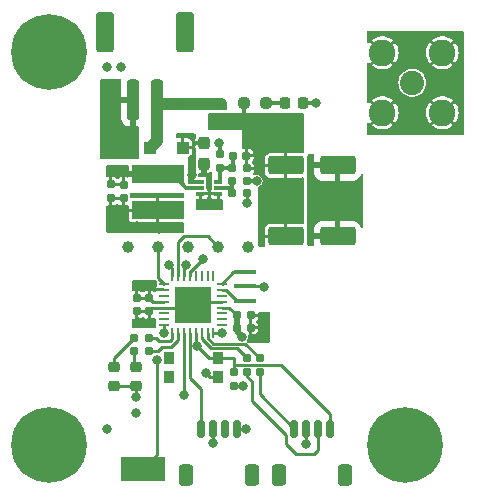
<source format=gtl>
G04 #@! TF.GenerationSoftware,KiCad,Pcbnew,7.0.5-0*
G04 #@! TF.CreationDate,2023-07-15T01:27:44-04:00*
G04 #@! TF.ProjectId,strato_connect,73747261-746f-45f6-936f-6e6e6563742e,rev?*
G04 #@! TF.SameCoordinates,Original*
G04 #@! TF.FileFunction,Copper,L1,Top*
G04 #@! TF.FilePolarity,Positive*
%FSLAX46Y46*%
G04 Gerber Fmt 4.6, Leading zero omitted, Abs format (unit mm)*
G04 Created by KiCad (PCBNEW 7.0.5-0) date 2023-07-15 01:27:44*
%MOMM*%
%LPD*%
G01*
G04 APERTURE LIST*
G04 Aperture macros list*
%AMRoundRect*
0 Rectangle with rounded corners*
0 $1 Rounding radius*
0 $2 $3 $4 $5 $6 $7 $8 $9 X,Y pos of 4 corners*
0 Add a 4 corners polygon primitive as box body*
4,1,4,$2,$3,$4,$5,$6,$7,$8,$9,$2,$3,0*
0 Add four circle primitives for the rounded corners*
1,1,$1+$1,$2,$3*
1,1,$1+$1,$4,$5*
1,1,$1+$1,$6,$7*
1,1,$1+$1,$8,$9*
0 Add four rect primitives between the rounded corners*
20,1,$1+$1,$2,$3,$4,$5,0*
20,1,$1+$1,$4,$5,$6,$7,0*
20,1,$1+$1,$6,$7,$8,$9,0*
20,1,$1+$1,$8,$9,$2,$3,0*%
%AMFreePoly0*
4,1,19,0.500000,-0.750000,0.000000,-0.750000,0.000000,-0.744911,-0.071157,-0.744911,-0.207708,-0.704816,-0.327430,-0.627875,-0.420627,-0.520320,-0.479746,-0.390866,-0.500000,-0.250000,-0.500000,0.250000,-0.479746,0.390866,-0.420627,0.520320,-0.327430,0.627875,-0.207708,0.704816,-0.071157,0.744911,0.000000,0.744911,0.000000,0.750000,0.500000,0.750000,0.500000,-0.750000,0.500000,-0.750000,
$1*%
%AMFreePoly1*
4,1,19,0.000000,0.744911,0.071157,0.744911,0.207708,0.704816,0.327430,0.627875,0.420627,0.520320,0.479746,0.390866,0.500000,0.250000,0.500000,-0.250000,0.479746,-0.390866,0.420627,-0.520320,0.327430,-0.627875,0.207708,-0.704816,0.071157,-0.744911,0.000000,-0.744911,0.000000,-0.750000,-0.500000,-0.750000,-0.500000,0.750000,0.000000,0.750000,0.000000,0.744911,0.000000,0.744911,
$1*%
G04 Aperture macros list end*
G04 #@! TA.AperFunction,ComponentPad*
%ADD10C,2.050000*%
G04 #@! TD*
G04 #@! TA.AperFunction,ComponentPad*
%ADD11C,2.250000*%
G04 #@! TD*
G04 #@! TA.AperFunction,SMDPad,CuDef*
%ADD12RoundRect,0.160000X0.197500X0.160000X-0.197500X0.160000X-0.197500X-0.160000X0.197500X-0.160000X0*%
G04 #@! TD*
G04 #@! TA.AperFunction,SMDPad,CuDef*
%ADD13RoundRect,0.218750X0.218750X0.256250X-0.218750X0.256250X-0.218750X-0.256250X0.218750X-0.256250X0*%
G04 #@! TD*
G04 #@! TA.AperFunction,SMDPad,CuDef*
%ADD14RoundRect,0.155000X0.155000X-0.212500X0.155000X0.212500X-0.155000X0.212500X-0.155000X-0.212500X0*%
G04 #@! TD*
G04 #@! TA.AperFunction,SMDPad,CuDef*
%ADD15R,3.800000X2.000000*%
G04 #@! TD*
G04 #@! TA.AperFunction,SMDPad,CuDef*
%ADD16RoundRect,0.160000X0.160000X-0.197500X0.160000X0.197500X-0.160000X0.197500X-0.160000X-0.197500X0*%
G04 #@! TD*
G04 #@! TA.AperFunction,SMDPad,CuDef*
%ADD17RoundRect,0.250000X0.250000X1.500000X-0.250000X1.500000X-0.250000X-1.500000X0.250000X-1.500000X0*%
G04 #@! TD*
G04 #@! TA.AperFunction,SMDPad,CuDef*
%ADD18RoundRect,0.250001X0.499999X1.449999X-0.499999X1.449999X-0.499999X-1.449999X0.499999X-1.449999X0*%
G04 #@! TD*
G04 #@! TA.AperFunction,ComponentPad*
%ADD19C,1.000000*%
G04 #@! TD*
G04 #@! TA.AperFunction,SMDPad,CuDef*
%ADD20RoundRect,0.237500X-0.237500X0.300000X-0.237500X-0.300000X0.237500X-0.300000X0.237500X0.300000X0*%
G04 #@! TD*
G04 #@! TA.AperFunction,ComponentPad*
%ADD21C,0.800000*%
G04 #@! TD*
G04 #@! TA.AperFunction,ComponentPad*
%ADD22C,6.400000*%
G04 #@! TD*
G04 #@! TA.AperFunction,SMDPad,CuDef*
%ADD23RoundRect,0.155000X-0.212500X-0.155000X0.212500X-0.155000X0.212500X0.155000X-0.212500X0.155000X0*%
G04 #@! TD*
G04 #@! TA.AperFunction,SMDPad,CuDef*
%ADD24R,0.700000X0.340000*%
G04 #@! TD*
G04 #@! TA.AperFunction,SMDPad,CuDef*
%ADD25RoundRect,0.160000X-0.160000X0.197500X-0.160000X-0.197500X0.160000X-0.197500X0.160000X0.197500X0*%
G04 #@! TD*
G04 #@! TA.AperFunction,SMDPad,CuDef*
%ADD26RoundRect,0.155000X-0.155000X0.212500X-0.155000X-0.212500X0.155000X-0.212500X0.155000X0.212500X0*%
G04 #@! TD*
G04 #@! TA.AperFunction,SMDPad,CuDef*
%ADD27RoundRect,0.150000X-0.150000X-0.625000X0.150000X-0.625000X0.150000X0.625000X-0.150000X0.625000X0*%
G04 #@! TD*
G04 #@! TA.AperFunction,SMDPad,CuDef*
%ADD28RoundRect,0.250000X-0.350000X-0.650000X0.350000X-0.650000X0.350000X0.650000X-0.350000X0.650000X0*%
G04 #@! TD*
G04 #@! TA.AperFunction,SMDPad,CuDef*
%ADD29RoundRect,0.250000X-1.250000X-0.550000X1.250000X-0.550000X1.250000X0.550000X-1.250000X0.550000X0*%
G04 #@! TD*
G04 #@! TA.AperFunction,SMDPad,CuDef*
%ADD30RoundRect,0.237500X-0.250000X-0.237500X0.250000X-0.237500X0.250000X0.237500X-0.250000X0.237500X0*%
G04 #@! TD*
G04 #@! TA.AperFunction,SMDPad,CuDef*
%ADD31RoundRect,0.160000X-0.197500X-0.160000X0.197500X-0.160000X0.197500X0.160000X-0.197500X0.160000X0*%
G04 #@! TD*
G04 #@! TA.AperFunction,SMDPad,CuDef*
%ADD32RoundRect,0.218750X0.256250X-0.218750X0.256250X0.218750X-0.256250X0.218750X-0.256250X-0.218750X0*%
G04 #@! TD*
G04 #@! TA.AperFunction,SMDPad,CuDef*
%ADD33R,0.900000X1.000000*%
G04 #@! TD*
G04 #@! TA.AperFunction,SMDPad,CuDef*
%ADD34R,1.900000X0.400000*%
G04 #@! TD*
G04 #@! TA.AperFunction,SMDPad,CuDef*
%ADD35FreePoly0,90.000000*%
G04 #@! TD*
G04 #@! TA.AperFunction,SMDPad,CuDef*
%ADD36FreePoly1,90.000000*%
G04 #@! TD*
G04 #@! TA.AperFunction,SMDPad,CuDef*
%ADD37RoundRect,0.250000X0.300000X0.300000X-0.300000X0.300000X-0.300000X-0.300000X0.300000X-0.300000X0*%
G04 #@! TD*
G04 #@! TA.AperFunction,SMDPad,CuDef*
%ADD38R,4.400000X1.500000*%
G04 #@! TD*
G04 #@! TA.AperFunction,SMDPad,CuDef*
%ADD39RoundRect,0.155000X0.212500X0.155000X-0.212500X0.155000X-0.212500X-0.155000X0.212500X-0.155000X0*%
G04 #@! TD*
G04 #@! TA.AperFunction,SMDPad,CuDef*
%ADD40RoundRect,0.062500X0.375000X0.062500X-0.375000X0.062500X-0.375000X-0.062500X0.375000X-0.062500X0*%
G04 #@! TD*
G04 #@! TA.AperFunction,SMDPad,CuDef*
%ADD41RoundRect,0.062500X0.062500X0.375000X-0.062500X0.375000X-0.062500X-0.375000X0.062500X-0.375000X0*%
G04 #@! TD*
G04 #@! TA.AperFunction,SMDPad,CuDef*
%ADD42R,3.100000X3.100000*%
G04 #@! TD*
G04 #@! TA.AperFunction,ViaPad*
%ADD43C,0.800000*%
G04 #@! TD*
G04 #@! TA.AperFunction,Conductor*
%ADD44C,0.250000*%
G04 #@! TD*
G04 #@! TA.AperFunction,Conductor*
%ADD45C,0.550000*%
G04 #@! TD*
G04 #@! TA.AperFunction,Conductor*
%ADD46C,0.300000*%
G04 #@! TD*
G04 #@! TA.AperFunction,Conductor*
%ADD47C,0.340000*%
G04 #@! TD*
G04 #@! TA.AperFunction,Conductor*
%ADD48C,1.000000*%
G04 #@! TD*
G04 APERTURE END LIST*
D10*
X175133000Y-63800000D03*
D11*
X172593000Y-61260000D03*
X172593000Y-66340000D03*
X177673000Y-61260000D03*
X177673000Y-66340000D03*
D12*
X152800000Y-86500000D03*
X151605000Y-86500000D03*
D13*
X165900000Y-65500000D03*
X164325000Y-65500000D03*
D14*
X150700000Y-73567500D03*
X150700000Y-72432500D03*
D15*
X152350000Y-96500000D03*
D16*
X160000000Y-89497500D03*
X160000000Y-88302500D03*
D17*
X153500000Y-65250000D03*
X151500000Y-65250000D03*
D18*
X155850000Y-59500000D03*
X149150000Y-59500000D03*
D12*
X161097500Y-73150000D03*
X159902500Y-73150000D03*
D19*
X153615000Y-77680000D03*
D20*
X157500000Y-68937500D03*
X157500000Y-70662500D03*
D21*
X172100000Y-94500000D03*
X172802944Y-92802944D03*
X172802944Y-96197056D03*
X174500000Y-92100000D03*
D22*
X174500000Y-94500000D03*
D21*
X174500000Y-96900000D03*
X176197056Y-92802944D03*
X176197056Y-96197056D03*
X176900000Y-94500000D03*
D23*
X160300000Y-84538000D03*
X161435000Y-84538000D03*
D24*
X157200000Y-72200000D03*
X157200000Y-72700000D03*
X157200000Y-73200000D03*
X158700000Y-73200000D03*
X158700000Y-72700000D03*
X158700000Y-72200000D03*
D25*
X162200000Y-87102500D03*
X162200000Y-88297500D03*
D19*
X151075000Y-77680000D03*
D12*
X161095000Y-71050000D03*
X159900000Y-71050000D03*
D26*
X152850000Y-82032500D03*
X152850000Y-83167500D03*
D12*
X152797500Y-85400000D03*
X151602500Y-85400000D03*
D27*
X157250000Y-93100000D03*
X158250000Y-93100000D03*
X159250000Y-93100000D03*
X160250000Y-93100000D03*
D28*
X155950000Y-96975000D03*
X161550000Y-96975000D03*
D29*
X164400000Y-70800000D03*
X168800000Y-70800000D03*
D21*
X141986000Y-94500000D03*
X142688944Y-92802944D03*
X142688944Y-96197056D03*
X144386000Y-92100000D03*
D22*
X144386000Y-94500000D03*
D21*
X144386000Y-96900000D03*
X146083056Y-92802944D03*
X146083056Y-96197056D03*
X146786000Y-94500000D03*
X142000000Y-61200000D03*
X142702944Y-59502944D03*
X142702944Y-62897056D03*
X144400000Y-58800000D03*
D22*
X144400000Y-61200000D03*
D21*
X144400000Y-63600000D03*
X146097056Y-59502944D03*
X146097056Y-62897056D03*
X146800000Y-61200000D03*
D19*
X158695000Y-77680000D03*
D25*
X161100000Y-87102500D03*
X161100000Y-88297500D03*
D30*
X160898000Y-65500000D03*
X162723000Y-65500000D03*
D31*
X159902500Y-72100000D03*
X161097500Y-72100000D03*
D25*
X149600000Y-72402500D03*
X149600000Y-73597500D03*
D32*
X151765000Y-89475000D03*
X151765000Y-87900000D03*
D29*
X164400000Y-76800000D03*
X168800000Y-76800000D03*
D33*
X158641000Y-88684000D03*
X158641000Y-87084000D03*
X154541000Y-88684000D03*
X154541000Y-87084000D03*
D19*
X161235000Y-77680000D03*
D34*
X161008000Y-79850000D03*
X161008000Y-81050000D03*
X161008000Y-82250000D03*
D26*
X151800000Y-82032500D03*
X151800000Y-83167500D03*
D23*
X160300000Y-83500000D03*
X161435000Y-83500000D03*
D27*
X165150000Y-93100000D03*
X166150000Y-93100000D03*
X167150000Y-93100000D03*
X168150000Y-93100000D03*
D28*
X163850000Y-96975000D03*
X169450000Y-96975000D03*
D32*
X149900000Y-89475000D03*
X149900000Y-87900000D03*
D35*
X158648400Y-66944000D03*
D36*
X158648400Y-65644000D03*
D37*
X155700000Y-69300000D03*
X152900000Y-69300000D03*
D38*
X153600000Y-71550000D03*
X153600000Y-74600000D03*
D16*
X158846500Y-70997500D03*
X158846500Y-69802500D03*
D19*
X156155000Y-77680000D03*
D39*
X161067500Y-70000000D03*
X159932500Y-70000000D03*
D40*
X158986500Y-84337500D03*
X158986500Y-83837500D03*
X158986500Y-83337500D03*
X158986500Y-82837500D03*
X158986500Y-82337500D03*
X158986500Y-81837500D03*
X158986500Y-81337500D03*
X158986500Y-80837500D03*
D41*
X158299000Y-80150000D03*
X157799000Y-80150000D03*
X157299000Y-80150000D03*
X156799000Y-80150000D03*
X156299000Y-80150000D03*
X155799000Y-80150000D03*
X155299000Y-80150000D03*
X154799000Y-80150000D03*
D40*
X154111500Y-80837500D03*
X154111500Y-81337500D03*
X154111500Y-81837500D03*
X154111500Y-82337500D03*
X154111500Y-82837500D03*
X154111500Y-83337500D03*
X154111500Y-83837500D03*
X154111500Y-84337500D03*
D41*
X154799000Y-85025000D03*
X155299000Y-85025000D03*
X155799000Y-85025000D03*
X156299000Y-85025000D03*
X156799000Y-85025000D03*
X157299000Y-85025000D03*
X157799000Y-85025000D03*
X158299000Y-85025000D03*
D42*
X156549000Y-82587500D03*
D43*
X162100000Y-70500000D03*
X165100000Y-74700000D03*
X151800000Y-75900000D03*
X160755500Y-85300000D03*
X160825000Y-89500000D03*
X164000000Y-68600000D03*
X162200000Y-68600000D03*
X163300000Y-72800000D03*
X163300000Y-74700000D03*
X160400000Y-67100000D03*
X152900000Y-81000000D03*
X153700000Y-76200000D03*
X162200000Y-67100000D03*
X151900000Y-81000000D03*
X149600000Y-74500000D03*
X165100000Y-72800000D03*
X150500000Y-62450000D03*
X149300000Y-62450000D03*
X150700000Y-74500000D03*
X164000000Y-67100000D03*
X157700000Y-88400000D03*
X166150000Y-94350000D03*
X162000000Y-72100000D03*
X167000000Y-65500000D03*
X162500000Y-83900000D03*
X161036000Y-93091000D03*
X168000000Y-73800000D03*
X149300000Y-93100000D03*
X150500000Y-69150000D03*
X162500000Y-85300000D03*
X158500000Y-74100000D03*
X151700000Y-91750000D03*
X158800000Y-68900000D03*
X162600000Y-81100000D03*
X149300000Y-69150000D03*
X151900000Y-84100000D03*
X157500000Y-83500000D03*
X157400000Y-81600000D03*
X151500000Y-68800000D03*
X152900000Y-84100000D03*
X155600000Y-83500000D03*
X169600000Y-73800000D03*
X157400000Y-74100000D03*
X151700000Y-90400000D03*
X161100000Y-74000000D03*
X156500000Y-71600000D03*
X154500000Y-79200000D03*
X156900000Y-86100000D03*
X157400000Y-78700000D03*
X156000000Y-79200000D03*
X154100000Y-85000000D03*
X153500000Y-87300000D03*
X155800000Y-90275000D03*
X158250000Y-94325000D03*
X159000000Y-85000000D03*
D44*
X159637500Y-82837500D02*
X160300000Y-83500000D01*
X158986500Y-82837500D02*
X159637500Y-82837500D01*
X160822500Y-89497500D02*
X160825000Y-89500000D01*
D45*
X160300000Y-84844500D02*
X160755500Y-85300000D01*
D44*
X154111500Y-82337500D02*
X153155000Y-82337500D01*
D46*
X160898000Y-65500000D02*
X160898000Y-66602000D01*
D45*
X160300000Y-84538000D02*
X160300000Y-83500000D01*
X160300000Y-84538000D02*
X160300000Y-84844500D01*
D46*
X160898000Y-66602000D02*
X160400000Y-67100000D01*
D44*
X150700000Y-73567500D02*
X150932500Y-73567500D01*
X160000000Y-89497500D02*
X160822500Y-89497500D01*
X153155000Y-82337500D02*
X152850000Y-82032500D01*
D46*
X165900000Y-65500000D02*
X167000000Y-65500000D01*
D44*
X158986500Y-82337500D02*
X156799000Y-82337500D01*
X160250000Y-93100000D02*
X161027000Y-93100000D01*
X162550000Y-81050000D02*
X162600000Y-81100000D01*
D46*
X161097500Y-72100000D02*
X162000000Y-72100000D01*
X158846500Y-68946500D02*
X158800000Y-68900000D01*
D44*
X149900000Y-89475000D02*
X151765000Y-89475000D01*
X161008000Y-81050000D02*
X162550000Y-81050000D01*
X153180000Y-82837500D02*
X152850000Y-83167500D01*
X151765000Y-90335000D02*
X151700000Y-90400000D01*
X154111500Y-82837500D02*
X153180000Y-82837500D01*
X154111500Y-82837500D02*
X156299000Y-82837500D01*
D45*
X157500000Y-70662500D02*
X157500000Y-71400000D01*
D44*
X166150000Y-93100000D02*
X166150000Y-94350000D01*
X158641000Y-88684000D02*
X157984000Y-88684000D01*
D46*
X158846500Y-69802500D02*
X158846500Y-68946500D01*
D44*
X151765000Y-89475000D02*
X151765000Y-90335000D01*
X161027000Y-93100000D02*
X161036000Y-93091000D01*
X157984000Y-88684000D02*
X157700000Y-88400000D01*
D47*
X156712500Y-68937500D02*
X156700000Y-68950000D01*
D44*
X161097500Y-73150000D02*
X161097500Y-73997500D01*
D47*
X157200000Y-72200000D02*
X156650000Y-72200000D01*
D44*
X161097500Y-73997500D02*
X161100000Y-74000000D01*
D47*
X157500000Y-68937500D02*
X156712500Y-68937500D01*
X154850000Y-71550000D02*
X153600000Y-71550000D01*
X156000000Y-72700000D02*
X154850000Y-71550000D01*
D45*
X153600000Y-71550000D02*
X150125000Y-71550000D01*
D47*
X157200000Y-72700000D02*
X156000000Y-72700000D01*
D46*
X158846500Y-72053500D02*
X158700000Y-72200000D01*
X158846500Y-70997500D02*
X159847500Y-70997500D01*
X159932500Y-70000000D02*
X159932500Y-71017500D01*
X158846500Y-70997500D02*
X158846500Y-72053500D01*
X162723000Y-65500000D02*
X164325000Y-65500000D01*
D44*
X151602500Y-85400000D02*
X149900000Y-87102500D01*
X149900000Y-87102500D02*
X149900000Y-87900000D01*
X151605000Y-86500000D02*
X151605000Y-87740000D01*
D48*
X153500000Y-68700000D02*
X152900000Y-69300000D01*
X158648400Y-65644000D02*
X153894000Y-65644000D01*
X153500000Y-65250000D02*
X153500000Y-68700000D01*
X153894000Y-65644000D02*
X153500000Y-65250000D01*
D44*
X154799000Y-80150000D02*
X154799000Y-79499000D01*
X154799000Y-79499000D02*
X154500000Y-79200000D01*
X153615000Y-80341000D02*
X153615000Y-77680000D01*
X154111500Y-80837500D02*
X153615000Y-80341000D01*
X155299000Y-80150000D02*
X155299000Y-77701000D01*
X155300000Y-77700000D02*
X155300000Y-77300000D01*
X155300000Y-77300000D02*
X155800000Y-76800000D01*
X155800000Y-76800000D02*
X157815000Y-76800000D01*
X157815000Y-76800000D02*
X158695000Y-77680000D01*
X155299000Y-77701000D02*
X155300000Y-77700000D01*
X156900000Y-86100000D02*
X157922000Y-87122000D01*
X168150000Y-91850000D02*
X164000000Y-87700000D01*
X168150000Y-93100000D02*
X168150000Y-91850000D01*
X156799000Y-85999000D02*
X156900000Y-86100000D01*
X160000000Y-87750000D02*
X160000000Y-88302500D01*
X160000000Y-87100000D02*
X160000000Y-87750000D01*
X159981500Y-87084000D02*
X159997500Y-87100000D01*
X160050000Y-87700000D02*
X160000000Y-87750000D01*
X159997500Y-87100000D02*
X160000000Y-87100000D01*
X157922000Y-87122000D02*
X158603000Y-87122000D01*
X156799000Y-85025000D02*
X156799000Y-85999000D01*
X164000000Y-87700000D02*
X160050000Y-87700000D01*
X158641000Y-87084000D02*
X159981500Y-87084000D01*
X158060000Y-86270000D02*
X160267500Y-86270000D01*
X157299000Y-85298376D02*
X157300000Y-85299376D01*
X157300000Y-85510000D02*
X158060000Y-86270000D01*
X160267500Y-86270000D02*
X161100000Y-87102500D01*
X157300000Y-85299376D02*
X157300000Y-85510000D01*
X161100000Y-88625000D02*
X161600000Y-89125000D01*
X165300000Y-95250000D02*
X166800000Y-95250000D01*
X167150000Y-94900000D02*
X167150000Y-93100000D01*
X164425000Y-94375000D02*
X165300000Y-95250000D01*
X164425000Y-93609619D02*
X164425000Y-94375000D01*
X161600000Y-89125000D02*
X161600000Y-90784619D01*
X166800000Y-95250000D02*
X167150000Y-94900000D01*
X161100000Y-88297500D02*
X161100000Y-88625000D01*
X161600000Y-90784619D02*
X164425000Y-93609619D01*
X157799000Y-85025000D02*
X157799000Y-85449000D01*
X157799000Y-85449000D02*
X158250000Y-85900000D01*
X160997500Y-85900000D02*
X162200000Y-87102500D01*
X158250000Y-85900000D02*
X160997500Y-85900000D01*
X162200000Y-88297500D02*
X162200000Y-90150000D01*
X162200000Y-90150000D02*
X165150000Y-93100000D01*
X152797500Y-85400000D02*
X153400000Y-85400000D01*
X153700000Y-85700000D02*
X154600000Y-85700000D01*
X154799000Y-85501000D02*
X154799000Y-85025000D01*
X153400000Y-85400000D02*
X153700000Y-85700000D01*
X154600000Y-85700000D02*
X154799000Y-85501000D01*
X155299000Y-85601000D02*
X155299000Y-85025000D01*
X152800000Y-86500000D02*
X153600000Y-86500000D01*
X153900000Y-86200000D02*
X154700000Y-86200000D01*
X153600000Y-86500000D02*
X153900000Y-86200000D01*
X154700000Y-86200000D02*
X155299000Y-85601000D01*
D46*
X159902500Y-72100000D02*
X159902500Y-72700000D01*
X158700000Y-72700000D02*
X159902500Y-72700000D01*
X159902500Y-72700000D02*
X159902500Y-73150000D01*
D44*
X159345500Y-81337500D02*
X160258000Y-82250000D01*
X158986500Y-81337500D02*
X159345500Y-81337500D01*
X158986500Y-80837500D02*
X159974000Y-79850000D01*
X159974000Y-79850000D02*
X161008000Y-79850000D01*
X156299000Y-80150000D02*
X156299000Y-79801000D01*
X156299000Y-79801000D02*
X157400000Y-78700000D01*
X155799000Y-80150000D02*
X155799000Y-79401000D01*
X155799000Y-79401000D02*
X156000000Y-79200000D01*
X154111500Y-84988500D02*
X154100000Y-85000000D01*
X153500000Y-87300000D02*
X153500000Y-95350000D01*
X154111500Y-84337500D02*
X154111500Y-84988500D01*
X153500000Y-95350000D02*
X152350000Y-96500000D01*
X155800000Y-85026000D02*
X155800000Y-89700000D01*
X155800000Y-89700000D02*
X155800000Y-89900000D01*
X155799000Y-85025000D02*
X155800000Y-85026000D01*
X155800000Y-89900000D02*
X155800000Y-90275000D01*
X158250000Y-94325000D02*
X158250000Y-93100000D01*
X157250000Y-89750000D02*
X157250000Y-93100000D01*
X156299000Y-88799000D02*
X157250000Y-89750000D01*
X156299000Y-85025000D02*
X156299000Y-88799000D01*
X158975000Y-85025000D02*
X159000000Y-85000000D01*
X158299000Y-85025000D02*
X158975000Y-85025000D01*
G04 #@! TA.AperFunction,Conductor*
G36*
X166000000Y-69664033D02*
G01*
X165980315Y-69731072D01*
X165927511Y-69776827D01*
X165858353Y-69786771D01*
X165832667Y-69780215D01*
X165758232Y-69752452D01*
X165758233Y-69752452D01*
X165698227Y-69746000D01*
X164527000Y-69746000D01*
X164527000Y-71853999D01*
X165698207Y-71853999D01*
X165698216Y-71853998D01*
X165758235Y-71847547D01*
X165832664Y-71819785D01*
X165902356Y-71814799D01*
X165963679Y-71848283D01*
X165997166Y-71909605D01*
X166000000Y-71935966D01*
X166000000Y-75664033D01*
X165980315Y-75731072D01*
X165927511Y-75776827D01*
X165858353Y-75786771D01*
X165832667Y-75780215D01*
X165758232Y-75752452D01*
X165758233Y-75752452D01*
X165698227Y-75746000D01*
X164527000Y-75746000D01*
X164527000Y-76803000D01*
X164507315Y-76870039D01*
X164454511Y-76915794D01*
X164403000Y-76927000D01*
X162646001Y-76927000D01*
X162646001Y-77398216D01*
X162652452Y-77458235D01*
X162652453Y-77458238D01*
X162680214Y-77532665D01*
X162685199Y-77602357D01*
X162651715Y-77663680D01*
X162590392Y-77697166D01*
X162564033Y-77700000D01*
X162224000Y-77700000D01*
X162156961Y-77680315D01*
X162111206Y-77627511D01*
X162100000Y-77576000D01*
X162100000Y-76673000D01*
X162646000Y-76673000D01*
X164273000Y-76673000D01*
X164273000Y-75746000D01*
X163101792Y-75746000D01*
X163101783Y-75746001D01*
X163041764Y-75752452D01*
X163041761Y-75752453D01*
X162905978Y-75803099D01*
X162905972Y-75803103D01*
X162789952Y-75889952D01*
X162703103Y-76005972D01*
X162703102Y-76005974D01*
X162652452Y-76141768D01*
X162646000Y-76201772D01*
X162646000Y-76673000D01*
X162100000Y-76673000D01*
X162100000Y-72632982D01*
X162119685Y-72565943D01*
X162172489Y-72520188D01*
X162189063Y-72514006D01*
X162189064Y-72514005D01*
X162189069Y-72514004D01*
X162298049Y-72443967D01*
X162382882Y-72346063D01*
X162436697Y-72228226D01*
X162455133Y-72100000D01*
X162436697Y-71971774D01*
X162382882Y-71853937D01*
X162298049Y-71756033D01*
X162189069Y-71685996D01*
X162189067Y-71685995D01*
X162189065Y-71685994D01*
X162189067Y-71685994D01*
X162189061Y-71685993D01*
X162189055Y-71685989D01*
X162180999Y-71682310D01*
X162181528Y-71681151D01*
X162130284Y-71648216D01*
X162115213Y-71615213D01*
X162100000Y-71600000D01*
X161760778Y-71600000D01*
X161693739Y-71580315D01*
X161647984Y-71527511D01*
X161638040Y-71458353D01*
X161650293Y-71419705D01*
X161691147Y-71339525D01*
X161706500Y-71242591D01*
X161706500Y-71177000D01*
X161092000Y-71177000D01*
X161024961Y-71157315D01*
X160979206Y-71104511D01*
X160968000Y-71053000D01*
X160968000Y-70927000D01*
X162646001Y-70927000D01*
X162646001Y-71398216D01*
X162652452Y-71458235D01*
X162652453Y-71458238D01*
X162703099Y-71594021D01*
X162703103Y-71594027D01*
X162789952Y-71710047D01*
X162905972Y-71796896D01*
X162905974Y-71796897D01*
X163041768Y-71847547D01*
X163101780Y-71853999D01*
X164272999Y-71853999D01*
X164273000Y-71853998D01*
X164273000Y-70927000D01*
X162646001Y-70927000D01*
X160968000Y-70927000D01*
X160968000Y-70596668D01*
X160943334Y-70551496D01*
X160940500Y-70525138D01*
X160940500Y-70127000D01*
X161194500Y-70127000D01*
X161194500Y-70443330D01*
X161219166Y-70488501D01*
X161222000Y-70514861D01*
X161222000Y-70923000D01*
X161706500Y-70923000D01*
X161706500Y-70857408D01*
X161691147Y-70760474D01*
X161646575Y-70673000D01*
X162646000Y-70673000D01*
X164273000Y-70673000D01*
X164273000Y-69746000D01*
X163101792Y-69746000D01*
X163101783Y-69746001D01*
X163041764Y-69752452D01*
X163041761Y-69752453D01*
X162905978Y-69803099D01*
X162905972Y-69803103D01*
X162789952Y-69889952D01*
X162703103Y-70005972D01*
X162703102Y-70005974D01*
X162652452Y-70141768D01*
X162646000Y-70201772D01*
X162646000Y-70673000D01*
X161646575Y-70673000D01*
X161631606Y-70643622D01*
X161631603Y-70643617D01*
X161588380Y-70600394D01*
X161554895Y-70539071D01*
X161559879Y-70469379D01*
X161588382Y-70425029D01*
X161615011Y-70398401D01*
X161673832Y-70282960D01*
X161689000Y-70187193D01*
X161689000Y-70127000D01*
X161194500Y-70127000D01*
X160940500Y-70127000D01*
X160940500Y-69436000D01*
X161194500Y-69436000D01*
X161194500Y-69873000D01*
X161689000Y-69873000D01*
X161689000Y-69812806D01*
X161673832Y-69717039D01*
X161615010Y-69601598D01*
X161615007Y-69601593D01*
X161523406Y-69509992D01*
X161523401Y-69509989D01*
X161407959Y-69451167D01*
X161407960Y-69451167D01*
X161312193Y-69436000D01*
X161194500Y-69436000D01*
X160940500Y-69436000D01*
X160824000Y-69436000D01*
X160756961Y-69416315D01*
X160711206Y-69363511D01*
X160700000Y-69312000D01*
X160700000Y-67800000D01*
X166000000Y-67800000D01*
X166000000Y-69664033D01*
G37*
G04 #@! TD.AperFunction*
G04 #@! TA.AperFunction,Conductor*
G36*
X151089039Y-70819685D02*
G01*
X151134794Y-70872489D01*
X151146000Y-70924000D01*
X151146000Y-71423000D01*
X151325000Y-71423000D01*
X151325000Y-71677000D01*
X151146000Y-71677000D01*
X151146000Y-71708471D01*
X151126315Y-71775510D01*
X151073511Y-71821265D01*
X151004353Y-71831209D01*
X150983684Y-71826403D01*
X150982960Y-71826167D01*
X150887193Y-71811000D01*
X150827000Y-71811000D01*
X150827000Y-72435500D01*
X150807315Y-72502539D01*
X150754511Y-72548294D01*
X150703000Y-72559500D01*
X150177362Y-72559500D01*
X150110323Y-72539815D01*
X150097523Y-72529500D01*
X149597000Y-72529500D01*
X149529961Y-72509815D01*
X149484206Y-72457011D01*
X149473000Y-72405500D01*
X149473000Y-71791000D01*
X149727000Y-71791000D01*
X149727000Y-72275500D01*
X150132638Y-72275500D01*
X150199677Y-72295185D01*
X150212477Y-72305500D01*
X150573000Y-72305500D01*
X150573000Y-71811000D01*
X150512807Y-71811000D01*
X150417039Y-71826167D01*
X150301598Y-71884989D01*
X150301593Y-71884992D01*
X150251217Y-71935369D01*
X150189894Y-71968854D01*
X150120202Y-71963870D01*
X150075855Y-71935369D01*
X150006382Y-71865896D01*
X150006377Y-71865893D01*
X149889524Y-71806352D01*
X149889525Y-71806352D01*
X149792591Y-71791000D01*
X149727000Y-71791000D01*
X149473000Y-71791000D01*
X149407407Y-71791000D01*
X149343397Y-71801138D01*
X149274104Y-71792183D01*
X149220652Y-71747187D01*
X149200013Y-71680435D01*
X149200000Y-71678665D01*
X149200000Y-70924000D01*
X149219685Y-70856961D01*
X149272489Y-70811206D01*
X149324000Y-70800000D01*
X151022000Y-70800000D01*
X151089039Y-70819685D01*
G37*
G04 #@! TD.AperFunction*
G04 #@! TA.AperFunction,Conductor*
G36*
X163043039Y-83219685D02*
G01*
X163088794Y-83272489D01*
X163100000Y-83324000D01*
X163100000Y-85676000D01*
X163080315Y-85743039D01*
X163027511Y-85788794D01*
X162976000Y-85800000D01*
X161224000Y-85800000D01*
X161156961Y-85780315D01*
X161111206Y-85727511D01*
X161100000Y-85676003D01*
X161100000Y-85676000D01*
X161100000Y-85636606D01*
X161119682Y-85569570D01*
X161130281Y-85555411D01*
X161138382Y-85546063D01*
X161192197Y-85428226D01*
X161210633Y-85300000D01*
X161202531Y-85243646D01*
X161212475Y-85174488D01*
X161258230Y-85121684D01*
X161300821Y-85109178D01*
X161308000Y-85101999D01*
X161308000Y-84665000D01*
X161562000Y-84665000D01*
X161562000Y-85102000D01*
X161679693Y-85102000D01*
X161775460Y-85086832D01*
X161890901Y-85028010D01*
X161890906Y-85028007D01*
X161982507Y-84936406D01*
X161982510Y-84936401D01*
X162041332Y-84820960D01*
X162056500Y-84725193D01*
X162056500Y-84665000D01*
X161562000Y-84665000D01*
X161308000Y-84665000D01*
X161308000Y-83627000D01*
X161562000Y-83627000D01*
X161562000Y-84411000D01*
X162056500Y-84411000D01*
X162056500Y-84350806D01*
X162041332Y-84255039D01*
X161982510Y-84139598D01*
X161982507Y-84139593D01*
X161949595Y-84106681D01*
X161916110Y-84045358D01*
X161921094Y-83975666D01*
X161949595Y-83931319D01*
X161982507Y-83898406D01*
X161982510Y-83898401D01*
X162041332Y-83782960D01*
X162056500Y-83687193D01*
X162056500Y-83627000D01*
X161562000Y-83627000D01*
X161308000Y-83627000D01*
X161308000Y-83497000D01*
X161327685Y-83429961D01*
X161380489Y-83384206D01*
X161432000Y-83373000D01*
X162056500Y-83373000D01*
X162056500Y-83324000D01*
X162076185Y-83256961D01*
X162128989Y-83211206D01*
X162180500Y-83200000D01*
X162976000Y-83200000D01*
X163043039Y-83219685D01*
G37*
G04 #@! TD.AperFunction*
G04 #@! TA.AperFunction,Conductor*
G36*
X153443039Y-80519685D02*
G01*
X153488794Y-80572489D01*
X153500000Y-80624000D01*
X153500000Y-81013345D01*
X153480315Y-81080384D01*
X153477574Y-81084469D01*
X153473240Y-81090658D01*
X153426068Y-81191820D01*
X153423345Y-81212500D01*
X154112500Y-81212500D01*
X154179539Y-81232185D01*
X154225294Y-81284989D01*
X154236500Y-81336500D01*
X154236500Y-81338500D01*
X154216815Y-81405539D01*
X154164011Y-81451294D01*
X154112500Y-81462500D01*
X153423344Y-81462500D01*
X153417802Y-81468819D01*
X153358800Y-81506242D01*
X153288932Y-81505826D01*
X153251693Y-81487380D01*
X153248401Y-81484989D01*
X153132959Y-81426167D01*
X153132960Y-81426167D01*
X153037193Y-81411000D01*
X152977000Y-81411000D01*
X152977000Y-82035500D01*
X152957315Y-82102539D01*
X152904511Y-82148294D01*
X152853000Y-82159500D01*
X151797000Y-82159500D01*
X151729961Y-82139815D01*
X151684206Y-82087011D01*
X151673000Y-82035500D01*
X151673000Y-81411000D01*
X151927000Y-81411000D01*
X151927000Y-81905500D01*
X152723000Y-81905500D01*
X152723000Y-81411000D01*
X152662807Y-81411000D01*
X152567039Y-81426167D01*
X152451598Y-81484989D01*
X152451593Y-81484992D01*
X152412681Y-81523905D01*
X152351358Y-81557390D01*
X152281666Y-81552406D01*
X152237319Y-81523905D01*
X152198406Y-81484992D01*
X152198401Y-81484989D01*
X152082959Y-81426167D01*
X152082960Y-81426167D01*
X151987193Y-81411000D01*
X151927000Y-81411000D01*
X151673000Y-81411000D01*
X151612806Y-81411000D01*
X151543397Y-81421993D01*
X151474104Y-81413038D01*
X151420652Y-81368042D01*
X151400013Y-81301290D01*
X151400000Y-81299520D01*
X151400000Y-80624000D01*
X151419685Y-80556961D01*
X151472489Y-80511206D01*
X151524000Y-80500000D01*
X153376000Y-80500000D01*
X153443039Y-80519685D01*
G37*
G04 #@! TD.AperFunction*
G04 #@! TA.AperFunction,Conductor*
G36*
X166720395Y-69854899D02*
G01*
X166787223Y-69875280D01*
X166832426Y-69928558D01*
X166841648Y-69997816D01*
X166836807Y-70017895D01*
X166810495Y-70097299D01*
X166810493Y-70097309D01*
X166800000Y-70200013D01*
X166800000Y-70550000D01*
X168926000Y-70550000D01*
X168993039Y-70569685D01*
X169038794Y-70622489D01*
X169050000Y-70674000D01*
X169050000Y-72099999D01*
X170099972Y-72099999D01*
X170099986Y-72099998D01*
X170202697Y-72089505D01*
X170369119Y-72034358D01*
X170369124Y-72034356D01*
X170518345Y-71942315D01*
X170642315Y-71818345D01*
X170734356Y-71669124D01*
X170734360Y-71669115D01*
X170757793Y-71598397D01*
X170797564Y-71540951D01*
X170862080Y-71514127D01*
X170930856Y-71526441D01*
X170982056Y-71573983D01*
X170999499Y-71637399D01*
X170999499Y-75962599D01*
X170979814Y-76029638D01*
X170927010Y-76075393D01*
X170857852Y-76085337D01*
X170794296Y-76056312D01*
X170757793Y-76001602D01*
X170734359Y-75930882D01*
X170734356Y-75930875D01*
X170642315Y-75781654D01*
X170518345Y-75657684D01*
X170369124Y-75565643D01*
X170369119Y-75565641D01*
X170202697Y-75510494D01*
X170202690Y-75510493D01*
X170099986Y-75500000D01*
X169050000Y-75500000D01*
X169050000Y-76926000D01*
X169030315Y-76993039D01*
X168977511Y-77038794D01*
X168926000Y-77050000D01*
X166800001Y-77050000D01*
X166800001Y-77399986D01*
X166810494Y-77502699D01*
X166810907Y-77504628D01*
X166810815Y-77505845D01*
X166811182Y-77509431D01*
X166810542Y-77509496D01*
X166805684Y-77574302D01*
X166763622Y-77630093D01*
X166698074Y-77654286D01*
X166688360Y-77654565D01*
X166372709Y-77651278D01*
X166305878Y-77630897D01*
X166260675Y-77577619D01*
X166250000Y-77527285D01*
X166250000Y-76550000D01*
X166800000Y-76550000D01*
X168550000Y-76550000D01*
X168550000Y-75500000D01*
X167500028Y-75500000D01*
X167500012Y-75500001D01*
X167397302Y-75510494D01*
X167230880Y-75565641D01*
X167230875Y-75565643D01*
X167081654Y-75657684D01*
X166957684Y-75781654D01*
X166865643Y-75930875D01*
X166865641Y-75930880D01*
X166810494Y-76097302D01*
X166810493Y-76097309D01*
X166800000Y-76200013D01*
X166800000Y-76550000D01*
X166250000Y-76550000D01*
X166250000Y-71050000D01*
X166800001Y-71050000D01*
X166800001Y-71399986D01*
X166810494Y-71502697D01*
X166865641Y-71669119D01*
X166865643Y-71669124D01*
X166957684Y-71818345D01*
X167081654Y-71942315D01*
X167230875Y-72034356D01*
X167230880Y-72034358D01*
X167397302Y-72089505D01*
X167397309Y-72089506D01*
X167500019Y-72099999D01*
X168549999Y-72099999D01*
X168550000Y-72099998D01*
X168550000Y-71050000D01*
X166800001Y-71050000D01*
X166250000Y-71050000D01*
X166250000Y-69975298D01*
X166269685Y-69908259D01*
X166322489Y-69862504D01*
X166375290Y-69851305D01*
X166720395Y-69854899D01*
G37*
G04 #@! TD.AperFunction*
G04 #@! TA.AperFunction,Conductor*
G36*
X165943039Y-66419685D02*
G01*
X165988794Y-66472489D01*
X166000000Y-66524000D01*
X166000000Y-67800000D01*
X160700000Y-67800000D01*
X157924000Y-67800000D01*
X157856961Y-67780315D01*
X157811206Y-67727511D01*
X157800000Y-67676000D01*
X157800000Y-66524000D01*
X157819685Y-66456961D01*
X157872489Y-66411206D01*
X157924000Y-66400000D01*
X165876000Y-66400000D01*
X165943039Y-66419685D01*
G37*
G04 #@! TD.AperFunction*
G04 #@! TA.AperFunction,Conductor*
G36*
X155743039Y-73119685D02*
G01*
X155788794Y-73172489D01*
X155800000Y-73224000D01*
X155800000Y-73472000D01*
X155780315Y-73539039D01*
X155727511Y-73584794D01*
X155676000Y-73596000D01*
X153727000Y-73596000D01*
X153727000Y-75603999D01*
X155676000Y-75603999D01*
X155743039Y-75623684D01*
X155788794Y-75676488D01*
X155800000Y-75727999D01*
X155800000Y-76376000D01*
X155780315Y-76443039D01*
X155727511Y-76488794D01*
X155676000Y-76500000D01*
X149324000Y-76500000D01*
X149256961Y-76480315D01*
X149211206Y-76427511D01*
X149200000Y-76376000D01*
X149200000Y-74727000D01*
X151146001Y-74727000D01*
X151146001Y-75375014D01*
X151160737Y-75449106D01*
X151160738Y-75449109D01*
X151216876Y-75533123D01*
X151300895Y-75589263D01*
X151300896Y-75589264D01*
X151374980Y-75603999D01*
X153472999Y-75603999D01*
X153473000Y-75603998D01*
X153473000Y-74727000D01*
X151146001Y-74727000D01*
X149200000Y-74727000D01*
X149200000Y-74321334D01*
X149219685Y-74254295D01*
X149272489Y-74208540D01*
X149341647Y-74198596D01*
X149343399Y-74198861D01*
X149407410Y-74209000D01*
X149473000Y-74209000D01*
X149727000Y-74209000D01*
X149792591Y-74209000D01*
X149889525Y-74193647D01*
X150006377Y-74134106D01*
X150006378Y-74134106D01*
X150075854Y-74064630D01*
X150137177Y-74031145D01*
X150206869Y-74036129D01*
X150251218Y-74064631D01*
X150301594Y-74115007D01*
X150301598Y-74115010D01*
X150417040Y-74173832D01*
X150417039Y-74173832D01*
X150512807Y-74189000D01*
X150573000Y-74189000D01*
X150573000Y-73694500D01*
X150208747Y-73694500D01*
X150158996Y-73721666D01*
X150132638Y-73724500D01*
X149727000Y-73724500D01*
X149727000Y-74209000D01*
X149473000Y-74209000D01*
X149473000Y-73594500D01*
X149492685Y-73527461D01*
X149545489Y-73481706D01*
X149597000Y-73470500D01*
X150101253Y-73470500D01*
X150151004Y-73443334D01*
X150177362Y-73440500D01*
X150703000Y-73440500D01*
X150770039Y-73460185D01*
X150815794Y-73512989D01*
X150827000Y-73564500D01*
X150827000Y-74189000D01*
X150887193Y-74189000D01*
X150982957Y-74173832D01*
X150983673Y-74173600D01*
X150984591Y-74173573D01*
X150992602Y-74172305D01*
X150992765Y-74173339D01*
X151053514Y-74171600D01*
X151113350Y-74207676D01*
X151144182Y-74270374D01*
X151146000Y-74291528D01*
X151146000Y-74473000D01*
X153473000Y-74473000D01*
X153473000Y-73596000D01*
X151388000Y-73596000D01*
X151320961Y-73576315D01*
X151275206Y-73523511D01*
X151264000Y-73472000D01*
X151264000Y-73322806D01*
X151251423Y-73243398D01*
X151260378Y-73174104D01*
X151305374Y-73120652D01*
X151372125Y-73100013D01*
X151373896Y-73100000D01*
X155676000Y-73100000D01*
X155743039Y-73119685D01*
G37*
G04 #@! TD.AperFunction*
G04 #@! TA.AperFunction,Conductor*
G36*
X152920039Y-83060185D02*
G01*
X152965794Y-83112989D01*
X152977000Y-83164500D01*
X152977000Y-83789000D01*
X153037193Y-83789000D01*
X153132960Y-83773832D01*
X153132962Y-83773831D01*
X153219704Y-83729633D01*
X153288373Y-83716736D01*
X153353114Y-83743011D01*
X153393371Y-83800117D01*
X153400000Y-83840117D01*
X153400000Y-84476000D01*
X153380315Y-84543039D01*
X153327511Y-84588794D01*
X153276000Y-84600000D01*
X151524000Y-84600000D01*
X151456961Y-84580315D01*
X151411206Y-84527511D01*
X151400000Y-84476000D01*
X151400000Y-83900479D01*
X151419685Y-83833440D01*
X151472489Y-83787685D01*
X151541647Y-83777741D01*
X151543399Y-83778006D01*
X151612808Y-83789000D01*
X151673000Y-83789000D01*
X151673000Y-83294500D01*
X151927000Y-83294500D01*
X151927000Y-83789000D01*
X151987193Y-83789000D01*
X152082960Y-83773832D01*
X152198401Y-83715010D01*
X152198406Y-83715007D01*
X152237319Y-83676095D01*
X152298642Y-83642610D01*
X152368334Y-83647594D01*
X152412681Y-83676095D01*
X152451593Y-83715007D01*
X152451598Y-83715010D01*
X152567040Y-83773832D01*
X152567039Y-83773832D01*
X152662807Y-83789000D01*
X152723000Y-83789000D01*
X152723000Y-83294500D01*
X151927000Y-83294500D01*
X151673000Y-83294500D01*
X151673000Y-83164500D01*
X151692685Y-83097461D01*
X151745489Y-83051706D01*
X151797000Y-83040500D01*
X152853000Y-83040500D01*
X152920039Y-83060185D01*
G37*
G04 #@! TD.AperFunction*
G04 #@! TA.AperFunction,Conductor*
G36*
X157627000Y-71454000D02*
G01*
X157784498Y-71454000D01*
X157784499Y-71453999D01*
X157843055Y-71447704D01*
X157975469Y-71398316D01*
X158001689Y-71378689D01*
X158067153Y-71354272D01*
X158135426Y-71369124D01*
X158184832Y-71418529D01*
X158200000Y-71477956D01*
X158200000Y-72762389D01*
X158180315Y-72829428D01*
X158169888Y-72842368D01*
X158110736Y-72930895D01*
X158110735Y-72930896D01*
X158096000Y-73004978D01*
X158096000Y-73073000D01*
X158703000Y-73073000D01*
X158770039Y-73092685D01*
X158815794Y-73145489D01*
X158827000Y-73197000D01*
X158827000Y-73623999D01*
X158976000Y-73623999D01*
X159043039Y-73643684D01*
X159088794Y-73696488D01*
X159100000Y-73747999D01*
X159100000Y-74476000D01*
X159080315Y-74543039D01*
X159027511Y-74588794D01*
X158976000Y-74600000D01*
X156924000Y-74600000D01*
X156856961Y-74580315D01*
X156811206Y-74527511D01*
X156800000Y-74476000D01*
X156800000Y-73747999D01*
X156819685Y-73680960D01*
X156872489Y-73635205D01*
X156924000Y-73623999D01*
X157072999Y-73623999D01*
X157073000Y-73623998D01*
X157073000Y-73327000D01*
X157327000Y-73327000D01*
X157327000Y-73623999D01*
X157575015Y-73623999D01*
X157649106Y-73609262D01*
X157649109Y-73609261D01*
X157733123Y-73553123D01*
X157789263Y-73469104D01*
X157789264Y-73469103D01*
X157803999Y-73395021D01*
X157804000Y-73395018D01*
X157804000Y-73327000D01*
X158096001Y-73327000D01*
X158096001Y-73395014D01*
X158110737Y-73469106D01*
X158110738Y-73469109D01*
X158166876Y-73553123D01*
X158250895Y-73609263D01*
X158250896Y-73609264D01*
X158324980Y-73623999D01*
X158572999Y-73623999D01*
X158573000Y-73623998D01*
X158573000Y-73327000D01*
X158096001Y-73327000D01*
X157804000Y-73327000D01*
X157327000Y-73327000D01*
X157073000Y-73327000D01*
X157073000Y-73197000D01*
X157092685Y-73129961D01*
X157145489Y-73084206D01*
X157197000Y-73073000D01*
X157803999Y-73073000D01*
X157803999Y-73004985D01*
X157789262Y-72930893D01*
X157789261Y-72930890D01*
X157726339Y-72836722D01*
X157728309Y-72835405D01*
X157702831Y-72788736D01*
X157700000Y-72762389D01*
X157700000Y-71800000D01*
X157124000Y-71800000D01*
X157056961Y-71780315D01*
X157011206Y-71727511D01*
X157000000Y-71676000D01*
X157000000Y-71567335D01*
X157019685Y-71500296D01*
X157072489Y-71454541D01*
X157141647Y-71444597D01*
X157152513Y-71446658D01*
X157156941Y-71447704D01*
X157215500Y-71453999D01*
X157215502Y-71454000D01*
X157373000Y-71454000D01*
X157373000Y-71250000D01*
X157627000Y-71250000D01*
X157627000Y-71454000D01*
G37*
G04 #@! TD.AperFunction*
G04 #@! TA.AperFunction,Conductor*
G36*
X150450160Y-63519685D02*
G01*
X150495915Y-63572489D01*
X150506479Y-63636603D01*
X150500000Y-63700013D01*
X150500000Y-65000000D01*
X151626000Y-65000000D01*
X151693039Y-65019685D01*
X151738794Y-65072489D01*
X151750000Y-65124000D01*
X151750000Y-67499999D01*
X151799972Y-67499999D01*
X151799986Y-67499998D01*
X151863398Y-67493520D01*
X151932090Y-67506289D01*
X151982975Y-67554170D01*
X152000000Y-67616878D01*
X152000000Y-70176000D01*
X151980315Y-70243039D01*
X151927511Y-70288794D01*
X151876000Y-70300000D01*
X148824000Y-70300000D01*
X148756961Y-70280315D01*
X148711206Y-70227511D01*
X148700000Y-70176000D01*
X148700000Y-65500000D01*
X150500001Y-65500000D01*
X150500001Y-66799986D01*
X150510494Y-66902697D01*
X150565641Y-67069119D01*
X150565643Y-67069124D01*
X150657684Y-67218345D01*
X150781654Y-67342315D01*
X150930875Y-67434356D01*
X150930880Y-67434358D01*
X151097302Y-67489505D01*
X151097309Y-67489506D01*
X151200019Y-67499999D01*
X151249999Y-67499998D01*
X151250000Y-67499998D01*
X151250000Y-65500000D01*
X150500001Y-65500000D01*
X148700000Y-65500000D01*
X148700000Y-63624000D01*
X148719685Y-63556961D01*
X148772489Y-63511206D01*
X148824000Y-63500000D01*
X150383121Y-63500000D01*
X150450160Y-63519685D01*
G37*
G04 #@! TD.AperFunction*
G04 #@! TA.AperFunction,Conductor*
G36*
X156743039Y-68119685D02*
G01*
X156788794Y-68172489D01*
X156800000Y-68224000D01*
X156800000Y-68448699D01*
X156792182Y-68492032D01*
X156777295Y-68531946D01*
X156771000Y-68590500D01*
X156771000Y-68810500D01*
X156800000Y-68810500D01*
X156800000Y-69064500D01*
X156771000Y-69064500D01*
X156771000Y-69284499D01*
X156777295Y-69343053D01*
X156792182Y-69382966D01*
X156800000Y-69426300D01*
X156800000Y-71691645D01*
X156780315Y-71758684D01*
X156744892Y-71794746D01*
X156666876Y-71846875D01*
X156610736Y-71930895D01*
X156610735Y-71930896D01*
X156596000Y-72004978D01*
X156596000Y-72073000D01*
X156800000Y-72073000D01*
X156800000Y-72327000D01*
X156596001Y-72327000D01*
X156559682Y-72363319D01*
X156556538Y-72360175D01*
X156523512Y-72388794D01*
X156472001Y-72400000D01*
X156224000Y-72400000D01*
X156156961Y-72380315D01*
X156111206Y-72327511D01*
X156100000Y-72276000D01*
X156100000Y-70186712D01*
X156119685Y-70119673D01*
X156172489Y-70073918D01*
X156180666Y-70070530D01*
X156244025Y-70046897D01*
X156244027Y-70046896D01*
X156360047Y-69960047D01*
X156446896Y-69844027D01*
X156446897Y-69844025D01*
X156497547Y-69708231D01*
X156503999Y-69648227D01*
X156504000Y-69648210D01*
X156504000Y-69427000D01*
X155697000Y-69427000D01*
X155629961Y-69407315D01*
X155584206Y-69354511D01*
X155573000Y-69303000D01*
X155573000Y-68496000D01*
X155827000Y-68496000D01*
X155827000Y-69173000D01*
X156503999Y-69173000D01*
X156503999Y-68951792D01*
X156503998Y-68951783D01*
X156497547Y-68891764D01*
X156497546Y-68891761D01*
X156446900Y-68755978D01*
X156446896Y-68755972D01*
X156360047Y-68639952D01*
X156244027Y-68553103D01*
X156244025Y-68553102D01*
X156108231Y-68502452D01*
X156048227Y-68496000D01*
X155827000Y-68496000D01*
X155573000Y-68496000D01*
X155351793Y-68496000D01*
X155351783Y-68496001D01*
X155291764Y-68502452D01*
X155291762Y-68502453D01*
X155267333Y-68511565D01*
X155197642Y-68516549D01*
X155136318Y-68483064D01*
X155102834Y-68421741D01*
X155100000Y-68395383D01*
X155100000Y-68224000D01*
X155119685Y-68156961D01*
X155172489Y-68111206D01*
X155224000Y-68100000D01*
X156676000Y-68100000D01*
X156743039Y-68119685D01*
G37*
G04 #@! TD.AperFunction*
G04 #@! TA.AperFunction,Conductor*
G36*
X179442539Y-59420185D02*
G01*
X179488294Y-59472989D01*
X179499500Y-59524500D01*
X179499500Y-68125500D01*
X179479815Y-68192539D01*
X179427011Y-68238294D01*
X179375500Y-68249500D01*
X171424000Y-68249500D01*
X171356961Y-68229815D01*
X171311206Y-68177011D01*
X171300000Y-68125500D01*
X171300000Y-67289292D01*
X171319685Y-67222253D01*
X171372489Y-67176498D01*
X171441647Y-67166554D01*
X171505203Y-67195579D01*
X171515228Y-67205308D01*
X171530977Y-67222415D01*
X171530979Y-67222415D01*
X171907479Y-66845914D01*
X172005009Y-66960735D01*
X172088443Y-67024160D01*
X171711350Y-67401253D01*
X171836176Y-67498410D01*
X171836179Y-67498412D01*
X172037157Y-67607175D01*
X172037171Y-67607181D01*
X172253312Y-67681383D01*
X172478734Y-67719000D01*
X172707266Y-67719000D01*
X172932687Y-67681383D01*
X173148828Y-67607181D01*
X173148842Y-67607175D01*
X173349822Y-67498411D01*
X173349827Y-67498407D01*
X173474648Y-67401254D01*
X173474648Y-67401253D01*
X173100212Y-67026817D01*
X173110431Y-67020669D01*
X173244658Y-66893523D01*
X173277576Y-66844971D01*
X173655020Y-67222415D01*
X173655021Y-67222415D01*
X173684948Y-67189908D01*
X173684958Y-67189895D01*
X173809950Y-66998582D01*
X173901752Y-66789293D01*
X173957853Y-66567757D01*
X173957855Y-66567746D01*
X173976726Y-66340005D01*
X176289274Y-66340005D01*
X176308144Y-66567746D01*
X176308146Y-66567757D01*
X176364247Y-66789293D01*
X176456049Y-66998582D01*
X176581044Y-67189900D01*
X176581047Y-67189904D01*
X176610977Y-67222415D01*
X176610979Y-67222415D01*
X176987479Y-66845914D01*
X177085009Y-66960735D01*
X177168443Y-67024160D01*
X176791350Y-67401253D01*
X176916176Y-67498410D01*
X176916179Y-67498412D01*
X177117157Y-67607175D01*
X177117171Y-67607181D01*
X177333312Y-67681383D01*
X177558734Y-67719000D01*
X177787266Y-67719000D01*
X178012687Y-67681383D01*
X178228828Y-67607181D01*
X178228842Y-67607175D01*
X178429822Y-67498411D01*
X178429827Y-67498407D01*
X178554648Y-67401254D01*
X178554648Y-67401253D01*
X178180212Y-67026817D01*
X178190431Y-67020669D01*
X178324658Y-66893523D01*
X178357576Y-66844971D01*
X178735020Y-67222415D01*
X178735021Y-67222415D01*
X178764948Y-67189908D01*
X178764958Y-67189895D01*
X178889950Y-66998582D01*
X178981752Y-66789293D01*
X179037853Y-66567757D01*
X179037855Y-66567746D01*
X179056725Y-66340005D01*
X179056725Y-66339994D01*
X179037855Y-66112253D01*
X179037853Y-66112242D01*
X178981752Y-65890706D01*
X178889950Y-65681417D01*
X178764954Y-65490098D01*
X178764952Y-65490096D01*
X178735021Y-65457583D01*
X178735019Y-65457583D01*
X178358519Y-65834083D01*
X178260991Y-65719265D01*
X178177555Y-65655838D01*
X178554648Y-65278745D01*
X178554648Y-65278744D01*
X178429822Y-65181588D01*
X178429820Y-65181587D01*
X178228842Y-65072824D01*
X178228828Y-65072818D01*
X178012687Y-64998616D01*
X177787266Y-64961000D01*
X177558734Y-64961000D01*
X177333312Y-64998616D01*
X177117171Y-65072818D01*
X177117157Y-65072824D01*
X176916176Y-65181589D01*
X176916165Y-65181596D01*
X176791350Y-65278743D01*
X176791350Y-65278745D01*
X177165787Y-65653182D01*
X177155569Y-65659331D01*
X177021342Y-65786477D01*
X176988423Y-65835028D01*
X176610978Y-65457583D01*
X176581043Y-65490101D01*
X176456049Y-65681417D01*
X176364247Y-65890706D01*
X176308146Y-66112242D01*
X176308144Y-66112253D01*
X176289274Y-66339994D01*
X176289274Y-66340005D01*
X173976726Y-66340005D01*
X173976726Y-66339994D01*
X173957855Y-66112253D01*
X173957853Y-66112242D01*
X173901752Y-65890706D01*
X173809950Y-65681417D01*
X173684954Y-65490098D01*
X173684952Y-65490096D01*
X173655021Y-65457583D01*
X173655019Y-65457583D01*
X173278518Y-65834083D01*
X173180991Y-65719265D01*
X173097554Y-65655838D01*
X173474648Y-65278745D01*
X173474648Y-65278744D01*
X173349822Y-65181588D01*
X173349820Y-65181587D01*
X173148842Y-65072824D01*
X173148828Y-65072818D01*
X172932687Y-64998616D01*
X172707266Y-64961000D01*
X172478734Y-64961000D01*
X172253312Y-64998616D01*
X172037171Y-65072818D01*
X172037157Y-65072824D01*
X171836176Y-65181589D01*
X171836165Y-65181596D01*
X171711350Y-65278743D01*
X171711350Y-65278745D01*
X172085787Y-65653182D01*
X172075569Y-65659331D01*
X171941342Y-65786477D01*
X171908423Y-65835027D01*
X171530978Y-65457583D01*
X171530977Y-65457583D01*
X171515230Y-65474690D01*
X171455343Y-65510680D01*
X171385505Y-65508580D01*
X171327889Y-65469056D01*
X171300787Y-65404657D01*
X171300000Y-65390707D01*
X171300000Y-63800000D01*
X173952464Y-63800000D01*
X173972564Y-64016918D01*
X173972564Y-64016920D01*
X173972565Y-64016923D01*
X174032183Y-64226459D01*
X174129288Y-64421472D01*
X174260573Y-64595322D01*
X174421568Y-64742088D01*
X174421575Y-64742092D01*
X174421576Y-64742093D01*
X174606786Y-64856770D01*
X174606792Y-64856773D01*
X174629664Y-64865633D01*
X174809931Y-64935470D01*
X175024074Y-64975500D01*
X175024076Y-64975500D01*
X175241924Y-64975500D01*
X175241926Y-64975500D01*
X175456069Y-64935470D01*
X175659210Y-64856772D01*
X175844432Y-64742088D01*
X176005427Y-64595322D01*
X176136712Y-64421472D01*
X176233817Y-64226459D01*
X176293435Y-64016923D01*
X176313536Y-63800000D01*
X176293435Y-63583077D01*
X176233817Y-63373541D01*
X176136712Y-63178528D01*
X176005427Y-63004678D01*
X175844432Y-62857912D01*
X175844428Y-62857909D01*
X175844423Y-62857906D01*
X175659213Y-62743229D01*
X175659207Y-62743226D01*
X175574113Y-62710260D01*
X175456069Y-62664530D01*
X175241926Y-62624500D01*
X175024074Y-62624500D01*
X174809931Y-62664530D01*
X174761130Y-62683435D01*
X174606792Y-62743226D01*
X174606786Y-62743229D01*
X174421576Y-62857906D01*
X174421566Y-62857913D01*
X174260574Y-63004676D01*
X174129288Y-63178527D01*
X174032184Y-63373537D01*
X173972564Y-63583081D01*
X173952464Y-63799999D01*
X173952464Y-63800000D01*
X171300000Y-63800000D01*
X171300000Y-62209292D01*
X171319685Y-62142253D01*
X171372489Y-62096498D01*
X171441647Y-62086554D01*
X171505203Y-62115579D01*
X171515228Y-62125308D01*
X171530977Y-62142415D01*
X171530979Y-62142415D01*
X171907479Y-61765914D01*
X172005009Y-61880735D01*
X172088443Y-61944160D01*
X171711350Y-62321253D01*
X171836176Y-62418410D01*
X171836179Y-62418412D01*
X172037157Y-62527175D01*
X172037171Y-62527181D01*
X172253312Y-62601383D01*
X172478734Y-62639000D01*
X172707266Y-62639000D01*
X172932687Y-62601383D01*
X173148828Y-62527181D01*
X173148842Y-62527175D01*
X173349822Y-62418411D01*
X173349827Y-62418407D01*
X173474648Y-62321254D01*
X173474648Y-62321253D01*
X173100212Y-61946817D01*
X173110431Y-61940669D01*
X173244658Y-61813523D01*
X173277576Y-61764971D01*
X173655020Y-62142415D01*
X173655021Y-62142415D01*
X173684948Y-62109908D01*
X173684958Y-62109895D01*
X173809950Y-61918582D01*
X173901752Y-61709293D01*
X173957853Y-61487757D01*
X173957855Y-61487746D01*
X173976726Y-61260005D01*
X176289274Y-61260005D01*
X176308144Y-61487746D01*
X176308146Y-61487757D01*
X176364247Y-61709293D01*
X176456049Y-61918582D01*
X176581044Y-62109900D01*
X176581047Y-62109904D01*
X176610977Y-62142415D01*
X176610979Y-62142415D01*
X176987479Y-61765914D01*
X177085009Y-61880735D01*
X177168443Y-61944160D01*
X176791350Y-62321253D01*
X176916176Y-62418410D01*
X176916179Y-62418412D01*
X177117157Y-62527175D01*
X177117171Y-62527181D01*
X177333312Y-62601383D01*
X177558734Y-62639000D01*
X177787266Y-62639000D01*
X178012687Y-62601383D01*
X178228828Y-62527181D01*
X178228842Y-62527175D01*
X178429822Y-62418411D01*
X178429827Y-62418407D01*
X178554648Y-62321254D01*
X178554648Y-62321253D01*
X178180212Y-61946817D01*
X178190431Y-61940669D01*
X178324658Y-61813523D01*
X178357576Y-61764971D01*
X178735020Y-62142415D01*
X178735021Y-62142415D01*
X178764948Y-62109908D01*
X178764958Y-62109895D01*
X178889950Y-61918582D01*
X178981752Y-61709293D01*
X179037853Y-61487757D01*
X179037855Y-61487746D01*
X179056725Y-61260005D01*
X179056725Y-61259994D01*
X179037855Y-61032253D01*
X179037853Y-61032242D01*
X178981752Y-60810706D01*
X178889950Y-60601417D01*
X178764954Y-60410098D01*
X178764952Y-60410096D01*
X178735021Y-60377583D01*
X178735019Y-60377583D01*
X178358518Y-60754083D01*
X178260991Y-60639265D01*
X178177554Y-60575838D01*
X178554648Y-60198745D01*
X178554648Y-60198744D01*
X178429822Y-60101588D01*
X178429820Y-60101587D01*
X178228842Y-59992824D01*
X178228828Y-59992818D01*
X178012687Y-59918616D01*
X177787266Y-59881000D01*
X177558734Y-59881000D01*
X177333312Y-59918616D01*
X177117171Y-59992818D01*
X177117157Y-59992824D01*
X176916176Y-60101589D01*
X176916165Y-60101596D01*
X176791350Y-60198743D01*
X176791350Y-60198745D01*
X177165787Y-60573182D01*
X177155569Y-60579331D01*
X177021342Y-60706477D01*
X176988423Y-60755027D01*
X176610978Y-60377583D01*
X176581043Y-60410101D01*
X176456049Y-60601417D01*
X176364247Y-60810706D01*
X176308146Y-61032242D01*
X176308144Y-61032253D01*
X176289274Y-61259994D01*
X176289274Y-61260005D01*
X173976726Y-61260005D01*
X173976726Y-61259994D01*
X173957855Y-61032253D01*
X173957853Y-61032242D01*
X173901752Y-60810706D01*
X173809950Y-60601417D01*
X173684954Y-60410098D01*
X173684952Y-60410096D01*
X173655021Y-60377583D01*
X173655019Y-60377583D01*
X173278519Y-60754083D01*
X173180991Y-60639265D01*
X173097555Y-60575838D01*
X173474648Y-60198745D01*
X173474648Y-60198744D01*
X173349822Y-60101588D01*
X173349820Y-60101587D01*
X173148842Y-59992824D01*
X173148828Y-59992818D01*
X172932687Y-59918616D01*
X172707266Y-59881000D01*
X172478734Y-59881000D01*
X172253312Y-59918616D01*
X172037171Y-59992818D01*
X172037157Y-59992824D01*
X171836176Y-60101589D01*
X171836165Y-60101596D01*
X171711350Y-60198743D01*
X171711350Y-60198745D01*
X172085787Y-60573182D01*
X172075569Y-60579331D01*
X171941342Y-60706477D01*
X171908423Y-60755028D01*
X171530978Y-60377583D01*
X171530977Y-60377583D01*
X171515230Y-60394690D01*
X171455343Y-60430680D01*
X171385505Y-60428580D01*
X171327889Y-60389056D01*
X171300787Y-60324657D01*
X171300000Y-60310707D01*
X171300000Y-59524500D01*
X171319685Y-59457461D01*
X171372489Y-59411706D01*
X171424000Y-59400500D01*
X177699901Y-59400500D01*
X179375500Y-59400500D01*
X179442539Y-59420185D01*
G37*
G04 #@! TD.AperFunction*
M02*

</source>
